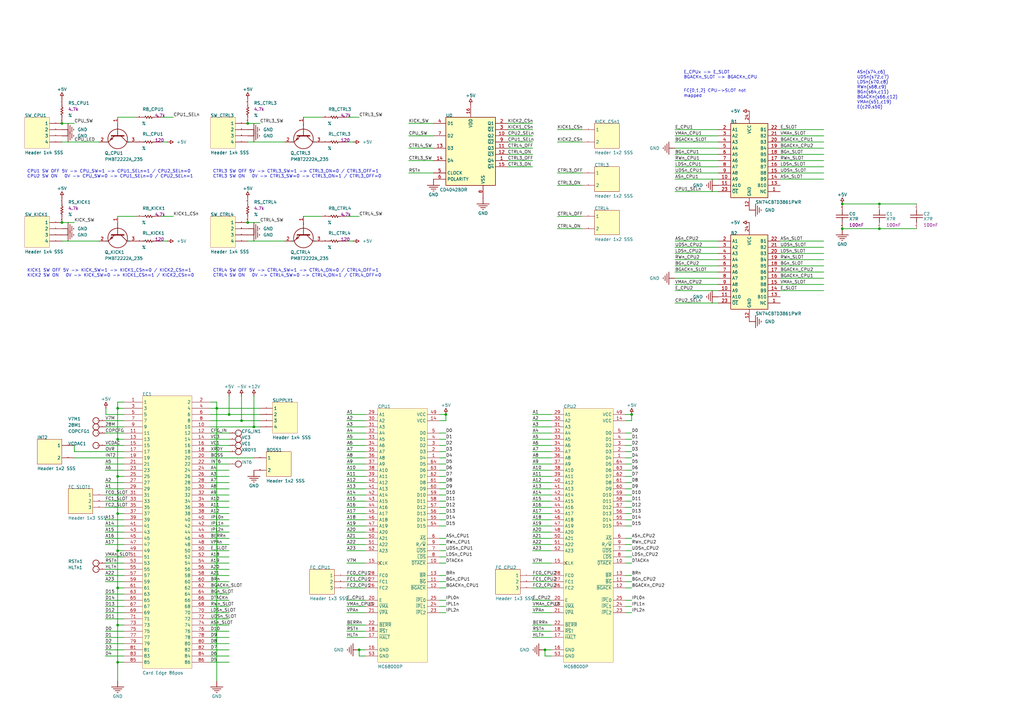
<source format=kicad_sch>
(kicad_sch (version 20231120) (generator "eeschema") (generator_version "7.99")
  (paper "A3")
  (junction (at 101.6 50.6222))
  (junction (at 25.4 50.6222))
  (junction (at 99.06 172.5422))
  (junction (at 25.4 91.2622))
  (junction (at 48.26 271.6022))
  (junction (at 48.26 225.8822))
  (junction (at 48.26 256.3622))
  (junction (at 48.26 210.6422))
  (junction (at 345.44 83.6422))
  (junction (at 147.32 266.5222))
  (junction (at 93.98 170.0022))
  (junction (at 360.68 83.6422))
  (junction (at 182.88 170.0022))
  (junction (at 259.08 170.0022))
  (junction (at 101.6 91.2622))
  (junction (at 223.52 266.5222))
  (junction (at 345.44 93.8022))
  (junction (at 88.9 167.4622))
  (junction (at 48.26 167.4622))
  (junction (at 104.14 175.0822))
  (junction (at 48.26 241.1222))
  (junction (at 48.26 195.4022))
  (junction (at 48.26 180.1622))
  (junction (at 360.68 93.8022))
  (wire (pts (xy 180.34 213.1822) (xy 182.88 213.1822)) (stroke (width 0.254)))
  (wire (pts (xy 48.26 271.6022) (xy 48.26 279.2222)) (stroke (width 0.254)))
  (wire (pts (xy 93.98 253.8222) (xy 86.36 253.8222)) (stroke (width 0.254)))
  (wire (pts (xy 142.24 187.7822) (xy 149.86 187.7822)) (stroke (width 0.254)))
  (wire (pts (xy 256.54 215.7222) (xy 259.08 215.7222)) (stroke (width 0.254)))
  (wire (pts (xy 218.44 180.1622) (xy 226.06 180.1622)) (stroke (width 0.254)))
  (wire (pts (xy 320.04 114.1222) (xy 337.82 114.1222)) (stroke (width 0.254)))
  (wire (pts (xy 208.28 68.4022) (xy 218.44 68.4022)) (stroke (width 0.254)))
  (wire (pts (xy 276.86 111.5822) (xy 294.64 111.5822)) (stroke (width 0.254)))
  (wire (pts (xy 180.34 225.8822) (xy 182.88 225.8822)) (stroke (width 0.254)))
  (wire (pts (xy 50.8 213.1822) (xy 43.18 213.1822)) (stroke (width 0.254)))
  (wire (pts (xy 104.14 175.0822) (xy 106.68 175.0822)) (stroke (width 0.254)))
  (wire (pts (xy 256.54 177.6222) (xy 259.08 177.6222)) (stroke (width 0.254)))
  (wire (pts (xy 93.98 170.0022) (xy 106.68 170.0022)) (stroke (width 0.254)))
  (wire (pts (xy 142.24 172.5422) (xy 149.86 172.5422)) (stroke (width 0.254)))
  (wire (pts (xy 66.04 58.2422) (xy 68.58 58.2422)) (stroke (width 0.254)))
  (wire (pts (xy 276.86 68.4022) (xy 294.64 68.4022)) (stroke (width 0.254)))
  (wire (pts (xy 320.04 58.2422) (xy 337.82 58.2422)) (stroke (width 0.254)))
  (wire (pts (xy 142.24 258.9022) (xy 149.86 258.9022)) (stroke (width 0.254)))
  (wire (pts (xy 256.54 241.1222) (xy 259.08 241.1222)) (stroke (width 0.254)))
  (wire (pts (xy 256.54 180.1622) (xy 259.08 180.1622)) (stroke (width 0.254)))
  (wire (pts (xy 256.54 195.4022) (xy 259.08 195.4022)) (stroke (width 0.254)))
  (wire (pts (xy 142.24 208.1022) (xy 149.86 208.1022)) (stroke (width 0.254)))
  (wire (pts (xy 50.8 220.8022) (xy 43.18 220.8022)) (stroke (width 0.254)))
  (wire (pts (xy 320.04 68.4022) (xy 337.82 68.4022)) (stroke (width 0.254)))
  (wire (pts (xy 142.24 190.3222) (xy 149.86 190.3222)) (stroke (width 0.254)))
  (wire (pts (xy 218.44 220.8022) (xy 226.06 220.8022)) (stroke (width 0.254)))
  (wire (pts (xy 276.86 53.1622) (xy 294.64 53.1622)) (stroke (width 0.254)))
  (wire (pts (xy 142.24 170.0022) (xy 149.86 170.0022)) (stroke (width 0.254)))
  (wire (pts (xy 208.28 63.3222) (xy 218.44 63.3222)) (stroke (width 0.254)))
  (wire (pts (xy 93.98 258.9022) (xy 86.36 258.9022)) (stroke (width 0.254)))
  (wire (pts (xy 93.98 220.8022) (xy 86.36 220.8022)) (stroke (width 0.254)))
  (wire (pts (xy 256.54 251.2822) (xy 259.08 251.2822)) (stroke (width 0.254)))
  (wire (pts (xy 86.36 164.9222) (xy 88.9 164.9222)) (stroke (width 0.254)))
  (wire (pts (xy 218.44 175.0822) (xy 226.06 175.0822)) (stroke (width 0.254)))
  (wire (pts (xy 276.86 98.8822) (xy 294.64 98.8822)) (stroke (width 0.254)))
  (wire (pts (xy 25.4 58.2422) (xy 40.64 58.2422)) (stroke (width 0.254)))
  (wire (pts (xy 238.76 76.0222) (xy 228.6 76.0222)) (stroke (width 0.254)))
  (wire (pts (xy 142.24 256.3622) (xy 149.86 256.3622)) (stroke (width 0.254)))
  (wire (pts (xy 208.28 53.1622) (xy 218.44 53.1622)) (stroke (width 0.254)))
  (wire (pts (xy 93.98 223.3422) (xy 86.36 223.3422)) (stroke (width 0.254)))
  (wire (pts (xy 276.86 60.7822) (xy 294.64 60.7822)) (stroke (width 0.254)))
  (wire (pts (xy 180.34 210.6422) (xy 182.88 210.6422)) (stroke (width 0.254)))
  (wire (pts (xy 345.44 83.6422) (xy 360.68 83.6422)) (stroke (width 0.254)))
  (wire (pts (xy 48.26 271.6022) (xy 50.8 271.6022)) (stroke (width 0.254)))
  (wire (pts (xy 276.86 73.4822) (xy 294.64 73.4822)) (stroke (width 0.254)))
  (wire (pts (xy 320.04 116.6622) (xy 337.82 116.6622)) (stroke (width 0.254)))
  (wire (pts (xy 93.98 210.6422) (xy 86.36 210.6422)) (stroke (width 0.254)))
  (wire (pts (xy 50.8 269.0622) (xy 43.18 269.0622)) (stroke (width 0.254)))
  (wire (pts (xy 276.86 116.6622) (xy 294.64 116.6622)) (stroke (width 0.254)))
  (wire (pts (xy 142.24 192.8622) (xy 149.86 192.8622)) (stroke (width 0.254)))
  (wire (pts (xy 256.54 190.3222) (xy 259.08 190.3222)) (stroke (width 0.254)))
  (wire (pts (xy 48.26 167.4622) (xy 48.26 180.1622)) (stroke (width 0.254)))
  (wire (pts (xy 142.24 230.9622) (xy 149.86 230.9622)) (stroke (width 0.254)))
  (wire (pts (xy 218.44 230.9622) (xy 226.06 230.9622)) (stroke (width 0.254)))
  (wire (pts (xy 142.24 210.6422) (xy 149.86 210.6422)) (stroke (width 0.254)))
  (wire (pts (xy 208.28 60.7822) (xy 218.44 60.7822)) (stroke (width 0.254)))
  (wire (pts (xy 50.8 261.4422) (xy 43.18 261.4422)) (stroke (width 0.254)))
  (wire (pts (xy 93.98 233.5022) (xy 86.36 233.5022)) (stroke (width 0.254)))
  (wire (pts (xy 320.04 53.1622) (xy 337.82 53.1622)) (stroke (width 0.254)))
  (wire (pts (xy 276.86 124.2822) (xy 294.64 124.2822)) (stroke (width 0.254)))
  (wire (pts (xy 86.36 187.7822) (xy 104.14 187.7822)) (stroke (width 0.254)))
  (wire (pts (xy 142.24 213.1822) (xy 149.86 213.1822)) (stroke (width 0.254)))
  (wire (pts (xy 218.44 187.7822) (xy 226.06 187.7822)) (stroke (width 0.254)))
  (wire (pts (xy 142.24 175.0822) (xy 149.86 175.0822)) (stroke (width 0.254)))
  (wire (pts (xy 142.24 225.8822) (xy 149.86 225.8822)) (stroke (width 0.254)))
  (wire (pts (xy 320.04 103.9622) (xy 337.82 103.9622)) (stroke (width 0.254)))
  (wire (pts (xy 50.8 190.3222) (xy 43.18 190.3222)) (stroke (width 0.254)))
  (wire (pts (xy 218.44 213.1822) (xy 226.06 213.1822)) (stroke (width 0.254)))
  (wire (pts (xy 276.86 65.8622) (xy 294.64 65.8622)) (stroke (width 0.254)))
  (wire (pts (xy 218.44 238.5822) (xy 226.06 238.5822)) (stroke (width 0.254)))
  (wire (pts (xy 50.8 253.8222) (xy 43.18 253.8222)) (stroke (width 0.254)))
  (wire (pts (xy 218.44 256.3622) (xy 226.06 256.3622)) (stroke (width 0.254)))
  (wire (pts (xy 50.8 236.0422) (xy 43.18 236.0422)) (stroke (width 0.254)))
  (wire (pts (xy 101.6 98.8822) (xy 116.84 98.8822)) (stroke (width 0.254)))
  (wire (pts (xy 180.34 190.3222) (xy 182.88 190.3222)) (stroke (width 0.254)))
  (wire (pts (xy 259.08 172.5422) (xy 256.54 172.5422)) (stroke (width 0.254)))
  (wire (pts (xy 256.54 182.7022) (xy 259.08 182.7022)) (stroke (width 0.254)))
  (wire (pts (xy 256.54 248.7422) (xy 259.08 248.7422)) (stroke (width 0.254)))
  (wire (pts (xy 256.54 220.8022) (xy 259.08 220.8022)) (stroke (width 0.254)))
  (wire (pts (xy 320.04 109.0422) (xy 337.82 109.0422)) (stroke (width 0.254)))
  (wire (pts (xy 142.24 185.2422) (xy 149.86 185.2422)) (stroke (width 0.254)))
  (wire (pts (xy 93.98 225.8822) (xy 86.36 225.8822)) (stroke (width 0.254)))
  (wire (pts (xy 180.34 236.0422) (xy 182.88 236.0422)) (stroke (width 0.254)))
  (wire (pts (xy 93.98 195.4022) (xy 86.36 195.4022)) (stroke (width 0.254)))
  (wire (pts (xy 50.8 192.8622) (xy 43.18 192.8622)) (stroke (width 0.254)))
  (wire (pts (xy 50.8 266.5222) (xy 43.18 266.5222)) (stroke (width 0.254)))
  (wire (pts (xy 218.44 218.2622) (xy 226.06 218.2622)) (stroke (width 0.254)))
  (wire (pts (xy 93.98 208.1022) (xy 86.36 208.1022)) (stroke (width 0.254)))
  (wire (pts (xy 142.24 215.7222) (xy 149.86 215.7222)) (stroke (width 0.254)))
  (wire (pts (xy 25.4 98.8822) (xy 40.64 98.8822)) (stroke (width 0.254)))
  (wire (pts (xy 320.04 65.8622) (xy 337.82 65.8622)) (stroke (width 0.254)))
  (wire (pts (xy 48.26 256.3622) (xy 50.8 256.3622)) (stroke (width 0.254)))
  (wire (pts (xy 86.36 177.6222) (xy 93.98 177.6222)) (stroke (width 0.254)))
  (wire (pts (xy 93.98 241.1222) (xy 86.36 241.1222)) (stroke (width 0.254)))
  (wire (pts (xy 180.34 177.6222) (xy 182.88 177.6222)) (stroke (width 0.254)))
  (wire (pts (xy 320.04 63.3222) (xy 337.82 63.3222)) (stroke (width 0.254)))
  (wire (pts (xy 180.34 241.1222) (xy 182.88 241.1222)) (stroke (width 0.254)))
  (wire (pts (xy 256.54 238.5822) (xy 259.08 238.5822)) (stroke (width 0.254)))
  (wire (pts (xy 256.54 230.9622) (xy 259.08 230.9622)) (stroke (width 0.254)))
  (wire (pts (xy 142.24 195.4022) (xy 149.86 195.4022)) (stroke (width 0.254)))
  (wire (pts (xy 48.26 241.1222) (xy 50.8 241.1222)) (stroke (width 0.254)))
  (wire (pts (xy 142.24 203.0222) (xy 149.86 203.0222)) (stroke (width 0.254)))
  (wire (pts (xy 93.98 238.5822) (xy 86.36 238.5822)) (stroke (width 0.254)))
  (wire (pts (xy 93.98 213.1822) (xy 86.36 213.1822)) (stroke (width 0.254)))
  (wire (pts (xy 208.28 58.2422) (xy 218.44 58.2422)) (stroke (width 0.254)))
  (wire (pts (xy 142.24 98.8822) (xy 144.78 98.8822)) (stroke (width 0.254)))
  (wire (pts (xy 256.54 185.2422) (xy 259.08 185.2422)) (stroke (width 0.254)))
  (wire (pts (xy 50.8 263.9822) (xy 43.18 263.9822)) (stroke (width 0.254)))
  (wire (pts (xy 99.06 172.5422) (xy 86.36 172.5422)) (stroke (width 0.254)))
  (wire (pts (xy 93.98 236.0422) (xy 86.36 236.0422)) (stroke (width 0.254)))
  (wire (pts (xy 167.64 60.7822) (xy 177.8 60.7822)) (stroke (width 0.254)))
  (wire (pts (xy 180.34 246.2022) (xy 182.88 246.2022)) (stroke (width 0.254)))
  (wire (pts (xy 48.26 225.8822) (xy 50.8 225.8822)) (stroke (width 0.254)))
  (wire (pts (xy 93.98 266.5222) (xy 86.36 266.5222)) (stroke (width 0.254)))
  (wire (pts (xy 256.54 197.9422) (xy 259.08 197.9422)) (stroke (width 0.254)))
  (wire (pts (xy 218.44 210.6422) (xy 226.06 210.6422)) (stroke (width 0.254)))
  (wire (pts (xy 276.86 101.4222) (xy 294.64 101.4222)) (stroke (width 0.254)))
  (wire (pts (xy 218.44 205.5622) (xy 226.06 205.5622)) (stroke (width 0.254)))
  (wire (pts (xy 276.86 78.5622) (xy 294.64 78.5622)) (stroke (width 0.254)))
  (wire (pts (xy 124.46 48.0822) (xy 132.08 48.0822)) (stroke (width 0.254)))
  (wire (pts (xy 88.9 164.9222) (xy 88.9 167.4622)) (stroke (width 0.254)))
  (wire (pts (xy 142.24 180.1622) (xy 149.86 180.1622)) (stroke (width 0.254)))
  (wire (pts (xy 147.32 269.0622) (xy 149.86 269.0622)) (stroke (width 0.254)))
  (wire (pts (xy 218.44 236.0422) (xy 226.06 236.0422)) (stroke (width 0.254)))
  (wire (pts (xy 142.24 200.4822) (xy 149.86 200.4822)) (stroke (width 0.254)))
  (wire (pts (xy 276.86 55.7022) (xy 294.64 55.7022)) (stroke (width 0.254)))
  (wire (pts (xy 180.34 185.2422) (xy 182.88 185.2422)) (stroke (width 0.254)))
  (wire (pts (xy 180.34 220.8022) (xy 182.88 220.8022)) (stroke (width 0.254)))
  (wire (pts (xy 276.86 106.5022) (xy 294.64 106.5022)) (stroke (width 0.254)))
  (wire (pts (xy 30.48 187.7822) (xy 50.8 187.7822)) (stroke (width 0.254)))
  (wire (pts (xy 50.8 167.4622) (xy 48.26 167.4622)) (stroke (width 0.254)))
  (wire (pts (xy 48.26 256.3622) (xy 48.26 271.6022)) (stroke (width 0.254)))
  (wire (pts (xy 48.26 167.4622) (xy 48.26 164.9222)) (stroke (width 0.254)))
  (wire (pts (xy 50.8 223.3422) (xy 43.18 223.3422)) (stroke (width 0.254)))
  (wire (pts (xy 43.434 167.4622) (xy 43.434 170.0022)) (stroke (width 0.254)))
  (wire (pts (xy 99.06 162.3822) (xy 99.06 172.5422)) (stroke (width 0.254)))
  (wire (pts (xy 93.98 263.9822) (xy 86.36 263.9822)) (stroke (width 0.254)))
  (wire (pts (xy 218.44 195.4022) (xy 226.06 195.4022)) (stroke (width 0.254)))
  (wire (pts (xy 223.52 266.5222) (xy 223.52 269.0622)) (stroke (width 0.254)))
  (wire (pts (xy 43.18 172.5422) (xy 50.8 172.5422)) (stroke (width 0.254)))
  (wire (pts (xy 48.26 241.1222) (xy 48.26 256.3622)) (stroke (width 0.254)))
  (wire (pts (xy 180.34 195.4022) (xy 182.88 195.4022)) (stroke (width 0.254)))
  (wire (pts (xy 218.44 223.3422) (xy 226.06 223.3422)) (stroke (width 0.254)))
  (wire (pts (xy 320.04 98.8822) (xy 337.82 98.8822)) (stroke (width 0.254)))
  (wire (pts (xy 93.98 256.3622) (xy 86.36 256.3622)) (stroke (width 0.254)))
  (wire (pts (xy 167.64 55.7022) (xy 177.8 55.7022)) (stroke (width 0.254)))
  (wire (pts (xy 256.54 213.1822) (xy 259.08 213.1822)) (stroke (width 0.254)))
  (wire (pts (xy 142.24 223.3422) (xy 149.86 223.3422)) (stroke (width 0.254)))
  (wire (pts (xy 276.86 119.2022) (xy 294.64 119.2022)) (stroke (width 0.254)))
  (wire (pts (xy 320.04 119.2022) (xy 337.82 119.2022)) (stroke (width 0.254)))
  (wire (pts (xy 218.44 177.6222) (xy 226.06 177.6222)) (stroke (width 0.254)))
  (wire (pts (xy 50.8 208.1022) (xy 43.18 208.1022)) (stroke (width 0.254)))
  (wire (pts (xy 66.04 98.8822) (xy 68.58 98.8822)) (stroke (width 0.254)))
  (wire (pts (xy 180.34 208.1022) (xy 182.88 208.1022)) (stroke (width 0.254)))
  (wire (pts (xy 25.4 50.6222) (xy 30.48 50.6222)) (stroke (width 0.254)))
  (wire (pts (xy 86.36 190.3222) (xy 93.98 190.3222)) (stroke (width 0.254)))
  (wire (pts (xy 180.34 200.4822) (xy 182.88 200.4822)) (stroke (width 0.254)))
  (wire (pts (xy 218.44 261.4422) (xy 226.06 261.4422)) (stroke (width 0.254)))
  (wire (pts (xy 30.48 185.2422) (xy 30.48 182.7022)) (stroke (width 0.254)))
  (wire (pts (xy 50.8 185.2422) (xy 30.48 185.2422)) (stroke (width 0.254)))
  (wire (pts (xy 48.26 48.0822) (xy 55.88 48.0822)) (stroke (width 0.254)))
  (wire (pts (xy 256.54 225.8822) (xy 259.08 225.8822)) (stroke (width 0.254)))
  (wire (pts (xy 142.24 261.4422) (xy 149.86 261.4422)) (stroke (width 0.254)))
  (wire (pts (xy 218.44 197.9422) (xy 226.06 197.9422)) (stroke (width 0.254)))
  (wire (pts (xy 50.8 251.2822) (xy 43.18 251.2822)) (stroke (width 0.254)))
  (wire (pts (xy 208.28 65.8622) (xy 218.44 65.8622)) (stroke (width 0.254)))
  (wire (pts (xy 142.24 58.2422) (xy 144.78 58.2422)) (stroke (width 0.254)))
  (wire (pts (xy 218.44 200.4822) (xy 226.06 200.4822)) (stroke (width 0.254)))
  (wire (pts (xy 276.86 114.1222) (xy 294.64 114.1222)) (stroke (width 0.254)))
  (wire (pts (xy 50.8 177.6222) (xy 43.18 177.6222)) (stroke (width 0.254)))
  (wire (pts (xy 50.8 205.5622) (xy 43.18 205.5622)) (stroke (width 0.254)))
  (wire (pts (xy 218.44 241.1222) (xy 226.06 241.1222)) (stroke (width 0.254)))
  (wire (pts (xy 104.14 162.3822) (xy 104.14 175.0822)) (stroke (width 0.254)))
  (wire (pts (xy 167.64 50.6222) (xy 177.8 50.6222)) (stroke (width 0.254)))
  (wire (pts (xy 218.44 215.7222) (xy 226.06 215.7222)) (stroke (width 0.254)))
  (wire (pts (xy 218.44 172.5422) (xy 226.06 172.5422)) (stroke (width 0.254)))
  (wire (pts (xy 86.36 180.1622) (xy 93.98 180.1622)) (stroke (width 0.254)))
  (wire (pts (xy 256.54 228.4222) (xy 259.08 228.4222)) (stroke (width 0.254)))
  (wire (pts (xy 320.04 106.5022) (xy 337.82 106.5022)) (stroke (width 0.254)))
  (wire (pts (xy 218.44 190.3222) (xy 226.06 190.3222)) (stroke (width 0.254)))
  (wire (pts (xy 180.34 205.5622) (xy 182.88 205.5622)) (stroke (width 0.254)))
  (wire (pts (xy 320.04 60.7822) (xy 337.82 60.7822)) (stroke (width 0.254)))
  (wire (pts (xy 218.44 203.0222) (xy 226.06 203.0222)) (stroke (width 0.254)))
  (wire (pts (xy 142.24 236.0422) (xy 149.86 236.0422)) (stroke (width 0.254)))
  (wire (pts (xy 256.54 192.8622) (xy 259.08 192.8622)) (stroke (width 0.254)))
  (wire (pts (xy 50.8 243.6622) (xy 43.18 243.6622)) (stroke (width 0.254)))
  (wire (pts (xy 142.24 238.5822) (xy 149.86 238.5822)) (stroke (width 0.254)))
  (wire (pts (xy 142.24 220.8022) (xy 149.86 220.8022)) (stroke (width 0.254)))
  (wire (pts (xy 182.88 170.0022) (xy 182.88 172.5422)) (stroke (width 0.254)))
  (wire (pts (xy 93.98 218.2622) (xy 86.36 218.2622)) (stroke (width 0.254)))
  (wire (pts (xy 142.24 177.6222) (xy 149.86 177.6222)) (stroke (width 0.254)))
  (wire (pts (xy 25.4 91.2622) (xy 30.48 91.2622)) (stroke (width 0.254)))
  (wire (pts (xy 218.44 208.1022) (xy 226.06 208.1022)) (stroke (width 0.254)))
  (wire (pts (xy 320.04 55.7022) (xy 337.82 55.7022)) (stroke (width 0.254)))
  (wire (pts (xy 124.46 88.7222) (xy 132.08 88.7222)) (stroke (width 0.254)))
  (wire (pts (xy 50.8 200.4822) (xy 43.18 200.4822)) (stroke (width 0.254)))
  (wire (pts (xy 180.34 170.0022) (xy 182.88 170.0022)) (stroke (width 0.254)))
  (wire (pts (xy 142.24 182.7022) (xy 149.86 182.7022)) (stroke (width 0.254)))
  (wire (pts (xy 43.18 182.7022) (xy 50.8 182.7022)) (stroke (width 0.254)))
  (wire (pts (xy 66.04 48.0822) (xy 71.12 48.0822)) (stroke (width 0.254)))
  (wire (pts (xy 104.14 175.0822) (xy 86.36 175.0822)) (stroke (width 0.254)))
  (wire (pts (xy 101.6 58.2422) (xy 116.84 58.2422)) (stroke (width 0.254)))
  (wire (pts (xy 259.08 170.0022) (xy 259.08 172.5422)) (stroke (width 0.254)))
  (wire (pts (xy 50.8 248.7422) (xy 43.18 248.7422)) (stroke (width 0.254)))
  (wire (pts (xy 50.8 175.0822) (xy 43.18 175.0822)) (stroke (width 0.254)))
  (wire (pts (xy 218.44 251.2822) (xy 226.06 251.2822)) (stroke (width 0.254)))
  (wire (pts (xy 180.34 203.0222) (xy 182.88 203.0222)) (stroke (width 0.254)))
  (wire (pts (xy 375.92 93.8022) (xy 360.68 93.8022)) (stroke (width 0.254)))
  (wire (pts (xy 50.8 218.2622) (xy 43.18 218.2622)) (stroke (width 0.254)))
  (wire (pts (xy 218.44 246.2022) (xy 226.06 246.2022)) (stroke (width 0.254)))
  (wire (pts (xy 142.24 241.1222) (xy 149.86 241.1222)) (stroke (width 0.254)))
  (wire (pts (xy 101.6 50.6222) (xy 106.68 50.6222)) (stroke (width 0.254)))
  (wire (pts (xy 256.54 203.0222) (xy 259.08 203.0222)) (stroke (width 0.254)))
  (wire (pts (xy 360.68 83.6422) (xy 375.92 83.6422)) (stroke (width 0.254)))
  (wire (pts (xy 320.04 101.4222) (xy 337.82 101.4222)) (stroke (width 0.254)))
  (wire (pts (xy 320.04 73.4822) (xy 337.82 73.4822)) (stroke (width 0.254)))
  (wire (pts (xy 86.36 185.2422) (xy 93.98 185.2422)) (stroke (width 0.254)))
  (wire (pts (xy 276.86 103.9622) (xy 294.64 103.9622)) (stroke (width 0.254)))
  (wire (pts (xy 48.26 225.8822) (xy 48.26 241.1222)) (stroke (width 0.254)))
  (wire (pts (xy 48.26 164.9222) (xy 50.8 164.9222)) (stroke (width 0.254)))
  (wire (pts (xy 256.54 223.3422) (xy 259.08 223.3422)) (stroke (width 0.254)))
  (wire (pts (xy 256.54 208.1022) (xy 259.08 208.1022)) (stroke (width 0.254)))
  (wire (pts (xy 101.6 91.2622) (xy 106.68 91.2622)) (stroke (width 0.254)))
  (wire (pts (xy 50.8 215.7222) (xy 43.18 215.7222)) (stroke (width 0.254)))
  (wire (pts (xy 48.26 180.1622) (xy 50.8 180.1622)) (stroke (width 0.254)))
  (wire (pts (xy 142.24 48.0822) (xy 147.32 48.0822)) (stroke (width 0.254)))
  (wire (pts (xy 218.44 170.0022) (xy 226.06 170.0022)) (stroke (width 0.254)))
  (wire (pts (xy 226.06 266.5222) (xy 223.52 266.5222)) (stroke (width 0.254)))
  (wire (pts (xy 86.36 170.0022) (xy 93.98 170.0022)) (stroke (width 0.254)))
  (wire (pts (xy 238.76 88.7222) (xy 228.6 88.7222)) (stroke (width 0.254)))
  (wire (pts (xy 50.8 246.2022) (xy 43.18 246.2022)) (stroke (width 0.254)))
  (wire (pts (xy 93.98 251.2822) (xy 86.36 251.2822)) (stroke (width 0.254)))
  (wire (pts (xy 50.8 233.5022) (xy 43.18 233.5022)) (stroke (width 0.254)))
  (wire (pts (xy 48.26 195.4022) (xy 50.8 195.4022)) (stroke (width 0.254)))
  (wire (pts (xy 93.98 200.4822) (xy 86.36 200.4822)) (stroke (width 0.254)))
  (wire (pts (xy 99.06 172.5422) (xy 106.68 172.5422)) (stroke (width 0.254)))
  (wire (pts (xy 88.9 167.4622) (xy 106.68 167.4622)) (stroke (width 0.254)))
  (wire (pts (xy 256.54 205.5622) (xy 259.08 205.5622)) (stroke (width 0.254)))
  (wire (pts (xy 256.54 236.0422) (xy 259.08 236.0422)) (stroke (width 0.254)))
  (wire (pts (xy 50.8 238.5822) (xy 43.18 238.5822)) (stroke (width 0.254)))
  (wire (pts (xy 43.434 170.0022) (xy 50.8 170.0022)) (stroke (width 0.254)))
  (wire (pts (xy 180.34 180.1622) (xy 182.88 180.1622)) (stroke (width 0.254)))
  (wire (pts (xy 50.8 228.4222) (xy 43.18 228.4222)) (stroke (width 0.254)))
  (wire (pts (xy 180.34 251.2822) (xy 182.88 251.2822)) (stroke (width 0.254)))
  (wire (pts (xy 142.24 197.9422) (xy 149.86 197.9422)) (stroke (width 0.254)))
  (wire (pts (xy 142.24 248.7422) (xy 149.86 248.7422)) (stroke (width 0.254)))
  (wire (pts (xy 320.04 70.9422) (xy 337.82 70.9422)) (stroke (width 0.254)))
  (wire (pts (xy 142.24 251.2822) (xy 149.86 251.2822)) (stroke (width 0.254)))
  (wire (pts (xy 256.54 210.6422) (xy 259.08 210.6422)) (stroke (width 0.254)))
  (wire (pts (xy 320.04 111.5822) (xy 337.82 111.5822)) (stroke (width 0.254)))
  (wire (pts (xy 218.44 182.7022) (xy 226.06 182.7022)) (stroke (width 0.254)))
  (wire (pts (xy 218.44 192.8622) (xy 226.06 192.8622)) (stroke (width 0.254)))
  (wire (pts (xy 180.34 248.7422) (xy 182.88 248.7422)) (stroke (width 0.254)))
  (wire (pts (xy 180.34 238.5822) (xy 182.88 238.5822)) (stroke (width 0.254)))
  (wire (pts (xy 142.24 205.5622) (xy 149.86 205.5622)) (stroke (width 0.254)))
  (wire (pts (xy 218.44 185.2422) (xy 226.06 185.2422)) (stroke (width 0.254)))
  (wire (pts (xy 276.86 63.3222) (xy 294.64 63.3222)) (stroke (width 0.254)))
  (wire (pts (xy 93.98 243.6622) (xy 86.36 243.6622)) (stroke (width 0.254)))
  (wire (pts (xy 93.98 230.9622) (xy 86.36 230.9622)) (stroke (width 0.254)))
  (wire (pts (xy 48.26 210.6422) (xy 48.26 225.8822)) (stroke (width 0.254)))
  (wire (pts (xy 142.24 246.2022) (xy 149.86 246.2022)) (stroke (width 0.254)))
  (wire (pts (xy 93.98 215.7222) (xy 86.36 215.7222)) (stroke (width 0.254)))
  (wire (pts (xy 228.6 53.1622) (xy 238.76 53.1622)) (stroke (width 0.254)))
  (wire (pts (xy 48.26 195.4022) (xy 48.26 210.6422)) (stroke (width 0.254)))
  (wire (pts (xy 66.04 88.7222) (xy 71.12 88.7222)) (stroke (width 0.254)))
  (wire (pts (xy 256.54 187.7822) (xy 259.08 187.7822)) (stroke (width 0.254)))
  (wire (pts (xy 256.54 200.4822) (xy 259.08 200.4822)) (stroke (width 0.254)))
  (wire (pts (xy 180.34 187.7822) (xy 182.88 187.7822)) (stroke (width 0.254)))
  (wire (pts (xy 276.86 70.9422) (xy 294.64 70.9422)) (stroke (width 0.254)))
  (wire (pts (xy 93.98 269.0622) (xy 86.36 269.0622)) (stroke (width 0.254)))
  (wire (pts (xy 182.88 172.5422) (xy 180.34 172.5422)) (stroke (width 0.254)))
  (wire (pts (xy 142.24 218.2622) (xy 149.86 218.2622)) (stroke (width 0.254)))
  (wire (pts (xy 276.86 58.2422) (xy 294.64 58.2422)) (stroke (width 0.254)))
  (wire (pts (xy 142.24 88.7222) (xy 147.32 88.7222)) (stroke (width 0.254)))
  (wire (pts (xy 93.98 246.2022) (xy 86.36 246.2022)) (stroke (width 0.254)))
  (wire (pts (xy 93.98 192.8622) (xy 86.36 192.8622)) (stroke (width 0.254)))
  (wire (pts (xy 50.8 197.9422) (xy 43.18 197.9422)) (stroke (width 0.254)))
  (wire (pts (xy 93.98 248.7422) (xy 86.36 248.7422)) (stroke (width 0.254)))
  (wire (pts (xy 218.44 225.8822) (xy 226.06 225.8822)) (stroke (width 0.254)))
  (wire (pts (xy 147.32 266.5222) (xy 147.32 269.0622)) (stroke (width 0.254)))
  (wire (pts (xy 93.98 205.5622) (xy 86.36 205.5622)) (stroke (width 0.254)))
  (wire (pts (xy 93.98 261.4422) (xy 86.36 261.4422)) (stroke (width 0.254)))
  (wire (pts (xy 93.98 271.6022) (xy 86.36 271.6022)) (stroke (width 0.254)))
  (wire (pts (xy 223.52 269.0622) (xy 226.06 269.0622)) (stroke (width 0.254)))
  (wire (pts (xy 208.28 50.6222) (xy 218.44 50.6222)) (stroke (width 0.254)))
  (wire (pts (xy 180.34 228.4222) (xy 182.88 228.4222)) (stroke (width 0.254)))
  (wire (pts (xy 180.34 223.3422) (xy 182.88 223.3422)) (stroke (width 0.254)))
  (wire (pts (xy 50.8 258.9022) (xy 43.18 258.9022)) (stroke (width 0.254)))
  (wire (pts (xy 86.36 167.4622) (xy 88.9 167.4622)) (stroke (width 0.254)))
  (wire (pts (xy 93.98 170.0022) (xy 93.98 162.3822)) (stroke (width 0.254)))
  (wire (pts (xy 208.28 55.7022) (xy 218.44 55.7022)) (stroke (width 0.254)))
  (wire (pts (xy 276.86 109.0422) (xy 294.64 109.0422)) (stroke (width 0.254)))
  (wire (pts (xy 218.44 258.9022) (xy 226.06 258.9022)) (stroke (width 0.254)))
  (wire (pts (xy 238.76 70.9422) (xy 228.6 70.9422)) (stroke (width 0.254)))
  (wire (pts (xy 93.98 203.0222) (xy 86.36 203.0222)) (stroke (width 0.254)))
  (wire (pts (xy 48.26 88.7222) (xy 55.88 88.7222)) (stroke (width 0.254)))
  (wire (pts (xy 256.54 246.2022) (xy 259.08 246.2022)) (stroke (width 0.254)))
  (wire (pts (xy 218.44 248.7422) (xy 226.06 248.7422)) (stroke (width 0.254)))
  (wire (pts (xy 48.26 180.1622) (xy 48.26 195.4022)) (stroke (width 0.254)))
  (wire (pts (xy 149.86 266.5222) (xy 147.32 266.5222)) (stroke (width 0.254)))
  (wire (pts (xy 50.8 230.9622) (xy 43.18 230.9622)) (stroke (width 0.254)))
  (wire (pts (xy 238.76 93.8022) (xy 228.6 93.8022)) (stroke (width 0.254)))
  (wire (pts (xy 228.6 58.2422) (xy 238.76 58.2422)) (stroke (width 0.254)))
  (wire (pts (xy 86.36 182.7022) (xy 93.98 182.7022)) (stroke (width 0.254)))
  (wire (pts (xy 180.34 230.9622) (xy 182.88 230.9622)) (stroke (width 0.254)))
  (wire (pts (xy 50.8 203.0222) (xy 43.18 203.0222)) (stroke (width 0.254)))
  (wire (pts (xy 180.34 215.7222) (xy 182.88 215.7222)) (stroke (width 0.254)))
  (wire (pts (xy 180.34 192.8622) (xy 182.88 192.8622)) (stroke (width 0.254)))
  (wire (pts (xy 88.9 167.4622) (xy 88.9 279.2222)) (stroke (width 0.254)))
  (wire (pts (xy 167.64 70.9422) (xy 177.8 70.9422)) (stroke (width 0.254)))
  (wire (pts (xy 180.34 197.9422) (xy 182.88 197.9422)) (stroke (width 0.254)))
  (wire (pts (xy 177.8 65.8622) (xy 167.64 65.8622)) (stroke (width 0.254)))
  (wire (pts (xy 48.26 210.6422) (xy 50.8 210.6422)) (stroke (width 0.254)))
  (wire (pts (xy 180.34 182.7022) (xy 182.88 182.7022)) (stroke (width 0.254)))
  (wire (pts (xy 360.68 93.8022) (xy 345.44 93.8022)) (stroke (width 0.254)))
  (wire (pts (xy 256.54 170.0022) (xy 259.08 170.0022)) (stroke (width 0.254)))
  (wire (pts (xy 93.98 197.9422) (xy 86.36 197.9422)) (stroke (width 0.254)))
  (wire (pts (xy 93.98 228.4222) (xy 86.36 228.4222)) (stroke (width 0.254)))
  (text_box "CTRL4 SW OFF 5V -> CTRL4_SW=1 -> CTRL4_ON=0 / CTRL4_OFF=1\nCTRL4 SW ON   0V -> CTRL4_SW=0 -> CTRL4_ON=1 / CTRL4_OFF=0" (at 162.56 109.0422 0) (size -76.2 5.08) (stroke (width -0.0001) (color 0 0 0 1)) (fill (type color) (color 255 255 255 1)) (effects (font (size 1.27 1.27)) (justify left top)))
  (text_box "KICK1 SW OFF 5V -> KICK_SW=1 -> KICK1_CSn=0 / KICK2_CSn=1\nKICK2 SW ON   0V -> KICK_SW=0 -> KICK1_CSn=1 / KICK2_CSn=0" (at 86.36 109.0422 0) (size -76.2 5.08) (stroke (width -0.0001) (color 0 0 0 1)) (fill (type color) (color 255 255 255 1)) (effects (font (size 1.27 1.27)) (justify left top)))
  (text_box "CPU1 SW OFF 5V -> CPU_SW=1 -> CPU1_SELn=1 / CPU2_SELn=0\nCPU2 SW ON   0V -> CPU_SW=0 -> CPU1_SELn=0 / CPU2_SELn=1" (at 81.28 68.4022 0) (size -71.12 5.08) (stroke (width -0.0001) (color 0 0 0 1)) (fill (type color) (color 255 255 255 1)) (effects (font (size 1.27 1.27)) (justify left top)))
  (text_box "FC{0,1,2} CPU->SLOT not mapped" (at 314.96 35.3822 0) (size -35.56 2.54) (stroke (width -0.0001) (color 0 0 0 1)) (fill (type color) (color 255 255 255 1)) (effects (font (size 1.27 1.27)) (justify left top)))
  (text_box "E_CPUx -> E_SLOT\nBGACKn_SLOT -> BGACKn_CPU" (at 314.96 27.7622 0) (size -35.56 5.08) (stroke (width -0.0001) (color 0 0 0 1)) (fill (type color) (color 255 255 255 1)) (effects (font (size 1.27 1.27)) (justify left top)))
  (text_box "CTRL3 SW OFF 5V -> CTRL3_SW=1 -> CTRL3_ON=0 / CTRL3_OFF=1\nCTRL3 SW ON   0V -> CTRL3_SW=0 -> CTRL3_ON=1 / CTRL3_OFF=0" (at 162.56 68.4022 0) (size -76.2 5.08) (stroke (width -0.0001) (color 0 0 0 1)) (fill (type color) (color 255 255 255 1)) (effects (font (size 1.27 1.27)) (justify left top)))
  (text_box "ASn(s74,c6)\nUDSn(s72,c7)\nLDSn(s70,c8)\nRWn(s68,c9)\nBGn(s64,c11)\nBGACKn(s66,c12)\nVMAn(s51,c19)\nE(c20,s50)\n" (at 378.46 27.7622 0) (size -27.94 22.86) (stroke (width -0.0001) (color 0 0 0 1)) (fill (type color) (color 255 255 255 1)) (effects (font (size 1.27 1.27)) (justify left top)))
  (label "A20" (at 86.36 233.5022 0))
  (label "D15" (at 182.88 215.7222 0))
  (label "CTRL3_OFF" (at 208.28 65.8622 0))
  (label "A22" (at 218.44 223.3422 0))
  (label "CPU_SW" (at 167.64 55.7022 0))
  (label "D3" (at 43.18 266.5222 0))
  (label "A10" (at 86.36 205.5622 0))
  (label "A6" (at 142.24 182.7022 0))
  (label "D10" (at 182.88 203.0222 0))
  (label "D0" (at 43.18 258.9022 0))
  (label "A21" (at 218.44 220.8022 0))
  (label "A17" (at 43.18 223.3422 0))
  (label "D1" (at 259.08 180.1622 0))
  (label "A4" (at 218.44 177.6222 0))
  (label "VPAn" (at 218.44 251.2822 0))
  (label "A3" (at 218.44 175.0822 0))
  (label "VCDAC" (at 43.18 182.7022 0))
  (label "D5" (at 86.36 271.6022 0))
  (label "BGACKn_SLOT" (at 276.86 58.2422 0))
  (label "A9" (at 86.36 203.0222 0))
  (label "CTRL4_ON" (at 228.6 93.8022 0))
  (label "V7M" (at 218.44 230.9622 0))
  (label "A13" (at 218.44 200.4822 0))
  (label "D7" (at 182.88 195.4022 0))
  (label "ASn_CPU2" (at 259.08 220.8022 0))
  (label "UDSn_SLOT" (at 320.04 70.9422 0))
  (label "DTACKn" (at 259.08 230.9622 0))
  (label "CPU1_SELn" (at 71.12 48.0822 0))
  (label "VPAn" (at 86.36 223.3422 0))
  (label "LDSn_CPU2" (at 259.08 228.4222 0))
  (label "CTRL4_SW" (at 147.32 88.7222 0))
  (label "A12" (at 86.36 210.6422 0))
  (label "UDSn_CPU2" (at 276.86 101.4222 0))
  (label "RWn_CPU1" (at 182.88 223.3422 0))
  (label "D10" (at 259.08 203.0222 0))
  (label "D0" (at 259.08 177.6222 0))
  (label "CPU_SW" (at 30.48 50.6222 0))
  (label "CPU1_SELn" (at 208.28 58.2422 0))
  (label "D15" (at 43.18 243.6622 0))
  (label "VC3" (at 86.36 180.1622 0))
  (label "A2" (at 142.24 172.5422 0))
  (label "A1" (at 43.18 200.4822 0))
  (label "D2" (at 43.18 263.9822 0))
  (label "FC0_CPU1" (at 142.24 236.0422 0))
  (label "A7" (at 142.24 185.2422 0))
  (label "LDSn_SLOT" (at 86.36 251.2822 0))
  (label "BGn_SLOT" (at 320.04 63.3222 0))
  (label "BGACKn_SLOT" (at 276.86 111.5822 0))
  (label "INT6" (at 86.36 190.3222 0))
  (label "KICK2_CSn" (at 208.28 50.6222 0))
  (label "RSTn" (at 43.18 230.9622 0))
  (label "CTRL3_ON" (at 228.6 76.0222 0))
  (label "CTRL4_OFF" (at 208.28 60.7822 0))
  (label "D4" (at 43.18 269.0622 0))
  (label "A5" (at 142.24 180.1622 0))
  (label "ASn_CPU1" (at 276.86 73.4822 0))
  (label "D4" (at 259.08 187.7822 0))
  (label "UDSn_SLOT" (at 320.04 101.4222 0))
  (label "VC1" (at 86.36 182.7022 0))
  (label "VMAn_CPU2" (at 218.44 248.7422 0))
  (label "A16" (at 43.18 220.8022 0))
  (label "ASn_SLOT" (at 320.04 98.8822 0))
  (label "A18" (at 218.44 213.1822 0))
  (label "CPU2_SELn" (at 276.86 124.2822 0))
  (label "D13" (at 182.88 210.6422 0))
  (label "IPL0n" (at 259.08 246.2022 0))
  (label "A21" (at 142.24 220.8022 0))
  (label "CTRL4_OFF" (at 228.6 88.7222 0))
  (label "IPL2n" (at 86.36 218.2622 0))
  (label "ASn_SLOT" (at 86.36 256.3622 0))
  (label "A11" (at 218.44 195.4022 0))
  (label "ASn_CPU1" (at 182.88 220.8022 0))
  (label "CTRL3_ON" (at 208.28 68.4022 0))
  (label "A22" (at 43.18 236.0422 0))
  (label "FC2_CPU2" (at 218.44 241.1222 0))
  (label "D12" (at 182.88 208.1022 0))
  (label "E_CPU2" (at 218.44 246.2022 0))
  (label "D14" (at 43.18 246.2022 0))
  (label "A5" (at 218.44 180.1622 0))
  (label "FC1_SLOT" (at 43.18 205.5622 0))
  (label "HLTn" (at 43.18 233.5022 0))
  (label "BGn_SLOT" (at 320.04 109.0422 0))
  (label "A11" (at 86.36 208.1022 0))
  (label "RWn_SLOT" (at 86.36 248.7422 0))
  (label "RWn_SLOT" (at 320.04 65.8622 0))
  (label "BGn_CPU1" (at 182.88 238.5822 0))
  (label "CTRL3_OFF" (at 228.6 70.9422 0))
  (label "CTRL4_ON" (at 208.28 63.3222 0))
  (label "KICK1_CSn" (at 228.6 53.1622 0))
  (label "A15" (at 142.24 205.5622 0))
  (label "D1" (at 43.18 261.4422 0))
  (label "E_SLOT" (at 320.04 119.2022 0))
  (label "A8" (at 86.36 200.4822 0))
  (label "UDSn_CPU2" (at 259.08 225.8822 0))
  (label "D1" (at 182.88 180.1622 0))
  (label "FC0_CPU2" (at 218.44 236.0422 0))
  (label "A18" (at 86.36 228.4222 0))
  (label "LDSn_CPU1" (at 276.86 68.4022 0))
  (label "D8" (at 259.08 197.9422 0))
  (label "D5" (at 259.08 190.3222 0))
  (label "E_SLOT" (at 320.04 53.1622 0))
  (label "D8" (at 86.36 263.9822 0))
  (label "RWn_CPU2" (at 276.86 106.5022 0))
  (label "A19" (at 218.44 215.7222 0))
  (label "D5" (at 182.88 190.3222 0))
  (label "A3" (at 86.36 195.4022 0))
  (label "KICK2_CSn" (at 228.6 58.2422 0))
  (label "A21" (at 86.36 236.0422 0))
  (label "A9" (at 218.44 190.3222 0))
  (label "CPU1_SELn" (at 276.86 78.5622 0))
  (label "A4" (at 86.36 192.8622 0))
  (label "D6" (at 86.36 269.0622 0))
  (label "IPL0n" (at 182.88 246.2022 0))
  (label "D13" (at 43.18 248.7422 0))
  (label "D12" (at 259.08 208.1022 0))
  (label "A11" (at 142.24 195.4022 0))
  (label "COPCFG" (at 43.18 177.6222 0))
  (label "D3" (at 259.08 185.2422 0))
  (label "VMAn_SLOT" (at 43.18 228.4222 0))
  (label "V7M" (at 43.18 172.5422 0))
  (label "A7" (at 218.44 185.2422 0))
  (label "A23" (at 43.18 238.5822 0))
  (label "UDSn_SLOT" (at 86.36 253.8222 0))
  (label "E_CPU2" (at 276.86 119.2022 0))
  (label "XRDY" (at 86.36 185.2422 0))
  (label "HLTn" (at 142.24 261.4422 0))
  (label "D13" (at 259.08 210.6422 0))
  (label "ASn_SLOT" (at 320.04 73.4822 0))
  (label "A6" (at 43.18 192.8622 0))
  (label "D0" (at 182.88 177.6222 0))
  (label "CTRL3_SW" (at 106.68 50.6222 0))
  (label "A10" (at 218.44 192.8622 0))
  (label "BRn" (at 86.36 238.5822 0))
  (label "KICK1_CSn" (at 208.28 53.1622 0))
  (label "FC1_CPU2" (at 218.44 238.5822 0))
  (label "D11" (at 182.88 205.5622 0))
  (label "KICK_SW" (at 30.48 91.2622 0))
  (label "FC2_CPU1" (at 142.24 241.1222 0))
  (label "D9" (at 259.08 200.4822 0))
  (label "IPL1n" (at 86.36 215.7222 0))
  (label "A1" (at 218.44 170.0022 0))
  (label "BGACKn_CPU2" (at 259.08 241.1222 0))
  (label "A6" (at 218.44 182.7022 0))
  (label "D14" (at 182.88 213.1822 0))
  (label "BGACKn_CPU1" (at 320.04 58.2422 0))
  (label "CPU_LED" (at 30.48 58.2422 0))
  (label "A20" (at 218.44 218.2622 0))
  (label "LDSn_CPU2" (at 276.86 103.9622 0))
  (label "HLTn" (at 218.44 261.4422 0))
  (label "A3" (at 142.24 175.0822 0))
  (label "BGACKn_CPU1" (at 182.88 241.1222 0))
  (label "A13" (at 142.24 200.4822 0))
  (label "VMAn_SLOT" (at 320.04 116.6622 0))
  (label "A15" (at 43.18 218.2622 0))
  (label "E_CPU1" (at 276.86 53.1622 0))
  (label "VMAn_CPU2" (at 276.86 116.6622 0))
  (label "A2" (at 218.44 172.5422 0))
  (label "KICK_SW" (at 167.64 50.6222 0))
  (label "D6" (at 182.88 192.8622 0))
  (label "BGACKn_CPU1" (at 320.04 114.1222 0))
  (label "A4" (at 142.24 177.6222 0))
  (label "A19" (at 86.36 230.9622 0))
  (label "A12" (at 142.24 197.9422 0))
  (label "RSTn" (at 218.44 258.9022 0))
  (label "D8" (at 182.88 197.9422 0))
  (label "A14" (at 142.24 203.0222 0))
  (label "BGn_CPU1" (at 276.86 63.3222 0))
  (label "IPL0n" (at 86.36 213.1822 0))
  (label "28M" (at 43.18 175.0822 0))
  (label "RWn_CPU1" (at 276.86 65.8622 0))
  (label "A12" (at 218.44 197.9422 0))
  (label "RWn_CPU2" (at 259.08 223.3422 0))
  (label "RSTn" (at 167.64 70.9422 0))
  (label "RWn_SLOT" (at 320.04 106.5022 0))
  (label "A15" (at 218.44 205.5622 0))
  (label "LDSn_SLOT" (at 320.04 103.9622 0))
  (label "BGn_SLOT" (at 86.36 243.6622 0))
  (label "D10" (at 86.36 258.9022 0))
  (label "VMAn_SLOT" (at 320.04 55.7022 0))
  (label "A1" (at 142.24 170.0022 0))
  (label "A23" (at 218.44 225.8822 0))
  (label "CTRL3_SW" (at 147.32 48.0822 0))
  (label "A8" (at 218.44 187.7822 0))
  (label "D9" (at 86.36 261.4422 0))
  (label "BERRn" (at 86.36 220.8022 0))
  (label "D3" (at 182.88 185.2422 0))
  (label "A20" (at 142.24 218.2622 0))
  (label "KICK1_CSn" (at 71.12 88.7222 0))
  (label "DTACKn" (at 182.88 230.9622 0))
  (label "OVR" (at 43.18 185.2422 0))
  (label "BERRn" (at 218.44 256.3622 0))
  (label "FC1_CPU1" (at 142.24 238.5822 0))
  (label "CTRL4_SW" (at 167.64 60.7822 0))
  (label "DTACKn" (at 86.36 246.2022 0))
  (label "A18" (at 142.24 213.1822 0))
  (label "BGACKn_CPU2" (at 320.04 111.5822 0))
  (label "D7" (at 259.08 195.4022 0))
  (label "D7" (at 86.36 266.5222 0))
  (label "IPL1n" (at 259.08 248.7422 0))
  (label "D11" (at 43.18 253.8222 0))
  (label "D2" (at 182.88 182.7022 0))
  (label "A17" (at 218.44 210.6422 0))
  (label "A14" (at 218.44 203.0222 0))
  (label "E_CPU1" (at 142.24 246.2022 0))
  (label "CTRL4_SW" (at 106.68 91.2622 0))
  (label "LDSn_CPU1" (at 182.88 228.4222 0))
  (label "A2" (at 43.18 197.9422 0))
  (label "FC2_SLOT" (at 43.18 208.1022 0))
  (label "CPU2_SELn" (at 208.28 55.7022 0))
  (label "IPL2n" (at 182.88 251.2822 0))
  (label "A16" (at 142.24 208.1022 0))
  (label "CTRL3_SW" (at 167.64 65.8622 0))
  (label "VMAn_CPU1" (at 142.24 248.7422 0))
  (label "FC0_SLOT" (at 43.18 203.0222 0))
  (label "A13" (at 43.18 213.1822 0))
  (label "A19" (at 142.24 215.7222 0))
  (label "UDSn_CPU1" (at 276.86 70.9422 0))
  (label "VMAn_CPU1" (at 276.86 55.7022 0))
  (label "D11" (at 259.08 205.5622 0))
  (label "D4" (at 182.88 187.7822 0))
  (label "A5" (at 43.18 190.3222 0))
  (label "A17" (at 142.24 210.6422 0))
  (label "A7" (at 86.36 197.9422 0))
  (label "D9" (at 182.88 200.4822 0))
  (label "A8" (at 142.24 187.7822 0))
  (label "BGn_CPU2" (at 276.86 109.0422 0))
  (label "ASn_CPU2" (at 276.86 98.8822 0))
  (label "D15" (at 259.08 215.7222 0))
  (label "BRn" (at 182.88 236.0422 0))
  (label "VPAn" (at 142.24 251.2822 0))
  (label "IPL1n" (at 182.88 248.7422 0))
  (label "BRn" (at 259.08 236.0422 0))
  (label "A16" (at 218.44 208.1022 0))
  (label "A23" (at 142.24 225.8822 0))
  (label "BERRn" (at 142.24 256.3622 0))
  (label "INT2" (at 43.18 187.7822 0))
  (label "BGn_CPU2" (at 259.08 238.5822 0))
  (label "D6" (at 259.08 192.8622 0))
  (label "CFG_IN" (at 86.36 177.6222 0))
  (label "A10" (at 142.24 192.8622 0))
  (label "RSTn" (at 142.24 258.9022 0))
  (label "A9" (at 142.24 190.3222 0))
  (label "BGACKn_SLOT" (at 86.36 241.1222 0))
  (label "D12" (at 43.18 251.2822 0))
  (label "BOSS" (at 86.36 187.7822 0))
  (label "V7M" (at 142.24 230.9622 0))
  (label "D2" (at 259.08 182.7022 0))
  (label "IPL2n" (at 259.08 251.2822 0))
  (label "E_SLOT" (at 86.36 225.8822 0))
  (label "LDSn_SLOT" (at 320.04 68.4022 0))
  (label "BGACKn_CPU2" (at 320.04 60.7822 0))
  (label "D14" (at 259.08 213.1822 0))
  (label "A22" (at 142.24 223.3422 0))
  (label "UDSn_CPU1" (at 182.88 225.8822 0))
  (label "A14" (at 43.18 215.7222 0))
  (symbol (lib_id "DualCpuAdapter-altium-import:+5V") (at 68.58 58.2422 90) (unit 1)
    (property "Reference" "#PWR0122" (effects (hide yes)))
    (property "Value" "+5V" (at 72.39 58.2422 90) (effects (justify right)))
  )
  (symbol (lib_id "DualCpuAdapter-altium-import:GND") (at 147.32 266.5222 270) (unit 1)
    (property "Reference" "#PWR0105" (effects (hide yes)))
    (property "Value" "GND" (at 140.97 266.5222 90) (effects (justify right)))
  )
  (symbol (lib_id "DualCpuAdapter-altium-import:root_1_R") (at 25.4 86.1822 0) (unit 1)
    (property "Reference" "RS_KICK1" (at 27.94 83.6422 0) (effects (justify left bottom)))
    (property "Value" "%" (at 27.94 88.7222 0) (effects (justify left bottom)))
    (property "Footprint" "SMD C3216 X 60N" (effects (hide yes)))
    (property "ALTIUM_VALUE" "4.7k" (at 27.94 86.1822 0) (effects (justify left bottom)))
  )
  (symbol (lib_id "DualCpuAdapter-altium-import:root_0_Header 1x3 SSS") (at 208.28 246.2022 0) (unit 1)
    (property "Reference" "FC_CPU2" (at 203.2 233.5022 0) (effects (justify left bottom)))
    (property "Value" "Header 1x3 SSS" (at 203.2 246.2022 0) (effects (justify left bottom)))
    (property "Footprint" "Harwin M20-9770346" (effects (hide yes)))
  )
  (symbol (lib_id "DualCpuAdapter-altium-import:root_2_R") (at 137.16 58.2422 0) (unit 1)
    (property "Reference" "RL_CTRL3" (at 134.62 55.7022 0) (effects (justify left bottom)))
    (property "Value" "%" (at 134.366 61.5442 0) (effects (justify left bottom)))
    (property "Footprint" "SMD C3216 X 60N" (effects (hide yes)))
    (property "ALTIUM_VALUE" "120" (at 139.7 58.2422 0) (effects (justify left bottom)))
  )
  (symbol (lib_id "DualCpuAdapter-altium-import:GND") (at 294.64 76.0222 270) (unit 1)
    (property "Reference" "#PWR0108" (effects (hide yes)))
    (property "Value" "GND" (at 288.29 76.0222 90) (effects (justify right)))
  )
  (symbol (lib_id "DualCpuAdapter-altium-import:GND") (at 101.6 93.8022 90) (unit 1)
    (property "Reference" "#PWR0134" (effects (hide yes)))
    (property "Value" "GND" (at 107.95 93.8022 90) (effects (justify right)))
  )
  (symbol (lib_id "DualCpuAdapter-altium-import:root_0_Card Edge 86pos") (at 68.58 218.2622 0) (unit 1)
    (property "Reference" "EC1" (at 58.42 162.3822 0) (effects (justify left bottom)))
    (property "Value" "Card Edge 86pos" (at 58.42 276.6822 0) (effects (justify left bottom)))
    (property "Footprint" "Card Edge 86DS 100mil" (effects (hide yes)))
  )
  (symbol (lib_id "DualCpuAdapter-altium-import:root_2_R") (at 60.96 58.2422 0) (unit 1)
    (property "Reference" "RL_CPU1" (at 58.42 55.7022 0) (effects (justify left bottom)))
    (property "Value" "%" (at 58.166 61.5442 0) (effects (justify left bottom)))
    (property "Footprint" "SMD C3216 X 60N" (effects (hide yes)))
    (property "ALTIUM_VALUE" "120" (at 63.5 58.2422 0) (effects (justify left bottom)))
  )
  (symbol (lib_id "DualCpuAdapter-altium-import:root_2_Test Point") (at 96.52 190.3222 0) (unit 1)
    (property "Reference" "INT6" (at 99.06 190.3222 0) (effects (justify left bottom)))
    (property "Value" "Test Point" (effects (hide yes)))
    (property "Footprint" "Test Point Throughhole 60mil" (effects (hide yes)))
  )
  (symbol (lib_id "DualCpuAdapter-altium-import:GND") (at 101.6 53.1622 90) (unit 1)
    (property "Reference" "#PWR0132" (effects (hide yes)))
    (property "Value" "GND" (at 107.95 53.1622 90) (effects (justify right)))
  )
  (symbol (lib_id "DualCpuAdapter-altium-import:GND") (at 101.6 55.7022 90) (unit 1)
    (property "Reference" "#PWR0131" (effects (hide yes)))
    (property "Value" "GND" (at 107.95 55.7022 90) (effects (justify right)))
  )
  (symbol (lib_id "DualCpuAdapter-altium-import:root_0_Test Point") (at 40.64 230.9622 0) (unit 1)
    (property "Reference" "RSTn1" (at 27.94 230.9622 0) (effects (justify left bottom)))
    (property "Value" "Test Point" (effects (hide yes)))
    (property "Footprint" "Test Point Throughhole 60mil" (effects (hide yes)))
  )
  (symbol (lib_id "DualCpuAdapter-altium-import:root_1_R") (at 101.6 45.5422 0) (unit 1)
    (property "Reference" "RS_CTRL3" (at 104.14 43.0022 0) (effects (justify left bottom)))
    (property "Value" "%" (at 104.14 48.0822 0) (effects (justify left bottom)))
    (property "Footprint" "SMD C3216 X 60N" (effects (hide yes)))
    (property "ALTIUM_VALUE" "4.7k" (at 104.14 45.5422 0) (effects (justify left bottom)))
  )
  (symbol (lib_id "DualCpuAdapter-altium-import:root_0_Header 1x3 SSS") (at 33.02 213.1822 0) (unit 1)
    (property "Reference" "FC_SLOT1" (at 27.94 200.4822 0) (effects (justify left bottom)))
    (property "Value" "Header 1x3 SSS" (at 27.94 213.1822 0) (effects (justify left bottom)))
    (property "Footprint" "Harwin M20-9770346" (effects (hide yes)))
  )
  (symbol (lib_id "DualCpuAdapter-altium-import:root_0_Header 1x4 SSS") (at 91.44 60.7822 0) (unit 1)
    (property "Reference" "SW_CTRL3" (at 86.36 48.0822 0) (effects (justify left bottom)))
    (property "Value" "Header 1x4 SSS" (at 86.36 63.3222 0) (effects (justify left bottom)))
    (property "Footprint" "Molex 705530003" (effects (hide yes)))
  )
  (symbol (lib_id "DualCpuAdapter-altium-import:GND") (at 101.6 96.3422 90) (unit 1)
    (property "Reference" "#PWR0135" (effects (hide yes)))
    (property "Value" "GND" (at 107.95 96.3422 90) (effects (justify right)))
  )
  (symbol (lib_id "DualCpuAdapter-altium-import:+5V") (at 307.34 45.5422 270) (unit 1)
    (property "Reference" "#PWR0106" (effects (hide yes)))
    (property "Value" "+5V" (at 303.53 45.5422 90) (effects (justify right)))
  )
  (symbol (lib_id "DualCpuAdapter-altium-import:root_2_R") (at 137.16 48.0822 0) (unit 1)
    (property "Reference" "RB_CTRL3" (at 134.62 45.5422 0) (effects (justify left bottom)))
    (property "Value" "%" (at 134.366 51.3842 0) (effects (justify left bottom)))
    (property "Footprint" "SMD C3216 X 60N" (effects (hide yes)))
    (property "ALTIUM_VALUE" "4.7k" (at 139.7 48.0822 0) (effects (justify left bottom)))
  )
  (symbol (lib_id "DualCpuAdapter-altium-import:root_0_Test Point") (at 40.64 177.6222 0) (unit 1)
    (property "Reference" "COPCFG1" (at 27.94 177.6222 0) (effects (justify left bottom)))
    (property "Value" "Test Point" (effects (hide yes)))
    (property "Footprint" "Test Point Throughhole 60mil" (effects (hide yes)))
  )
  (symbol (lib_id "DualCpuAdapter-altium-import:root_2_Test Point") (at 96.52 182.7022 0) (unit 1)
    (property "Reference" "VC1" (at 99.06 182.7022 0) (effects (justify left bottom)))
    (property "Value" "Test Point" (effects (hide yes)))
    (property "Footprint" "Test Point Throughhole 60mil" (effects (hide yes)))
  )
  (symbol (lib_id "DualCpuAdapter-altium-import:+5V") (at 144.78 58.2422 90) (unit 1)
    (property "Reference" "#PWR0133" (effects (hide yes)))
    (property "Value" "+5V" (at 148.59 58.2422 90) (effects (justify right)))
  )
  (symbol (lib_id "DualCpuAdapter-altium-import:root_0_mirrored_Header 1x4 SSS") (at 116.84 177.6222 0) (unit 1)
    (property "Reference" "SUPPLY1" (at 111.76 164.9222 0) (effects (justify left bottom)))
    (property "Value" "Header 1x4 SSS" (at 111.76 180.1622 0) (effects (justify left bottom)))
    (property "Footprint" "Harwin M20-9770446" (effects (hide yes)))
  )
  (symbol (lib_id "DualCpuAdapter-altium-import:root_0_MC68000P") (at 231.14 167.4622 0) (unit 1)
    (property "Reference" "CPU2" (at 231.14 167.4622 0) (effects (justify left bottom)))
    (property "Value" "MC68000P" (at 231.14 274.1422 0) (effects (justify left bottom)))
    (property "Footprint" "DIP64 900mil 2xSIP32" (effects (hide yes)))
    (property "PUBLISHED" "17-Jul-2002" (effects (hide yes)))
    (property "LATESTREVISIONDATE" "06-Jun-2005" (effects (hide yes)))
    (property "LATESTREVISIONNOTE" "Stylized 3D Model Added." (effects (hide yes)))
    (property "DATASHEETVERSION" "1990" (effects (hide yes)))
    (property "PACKAGEREFERENCE" "754-01" (effects (hide yes)))
    (property "PUBLISHER" "Altium Limited" (effects (hide yes)))
    (property "PACKAGEDESCRIPTION" "DIP; 64 Leads; Row Spacing 22.86 mm; Pitch 2.54 mm" (effects (hide yes)))
  )
  (symbol (lib_id "DualCpuAdapter-altium-import:root_2_R") (at 137.16 88.7222 0) (unit 1)
    (property "Reference" "RB_CTRL4" (at 134.62 86.1822 0) (effects (justify left bottom)))
    (property "Value" "%" (at 134.366 92.0242 0) (effects (justify left bottom)))
    (property "Footprint" "SMD C3216 X 60N" (effects (hide yes)))
    (property "ALTIUM_VALUE" "4.7k" (at 139.7 88.7222 0) (effects (justify left bottom)))
  )
  (symbol (lib_id "DualCpuAdapter-altium-import:GND") (at 25.4 55.7022 90) (unit 1)
    (property "Reference" "#PWR0120" (effects (hide yes)))
    (property "Value" "GND" (at 31.75 55.7022 90) (effects (justify right)))
  )
  (symbol (lib_id "DualCpuAdapter-altium-import:root_3_PMBT2222A_235") (at 48.26 48.0822 0) (unit 1)
    (property "Reference" "Q_CPU1" (at 42.926 63.5282 0) (effects (justify left bottom)))
    (property "Value" "PMBT2222A_235" (at 42.926 66.0682 0) (effects (justify left bottom)))
    (property "Footprint" "SOT95P230X110-3N" (effects (hide yes)))
    (property "MOUSER PART NUMBER" "771-PMBT2222A235" (effects (hide yes)))
    (property "MOUSER PRICE/STOCK" "https://www.mouser.co.uk/ProductDetail/Nexperia/PMBT2222A235?qs=LOCUfHb8d9sTD2Msxc7rRQ%3D%3D" (effects (hide yes)))
    (property "MANUFACTURER_NAME" "Nexperia" (effects (hide yes)))
    (property "MANUFACTURER_PART_NUMBER" "PMBT2222A,235" (effects (hide yes)))
    (property "DATASHEET LINK" "https://assets.nexperia.com/documents/data-sheet/PMBT2222A.pdf" (effects (hide yes)))
    (property "GEOMETRY.HEIGHT" "1.1mm" (effects (hide yes)))
  )
  (symbol (lib_id "DualCpuAdapter-altium-import:GND") (at 88.9 279.2222 0) (unit 1)
    (property "Reference" "#PWR0139" (effects (hide yes)))
    (property "Value" "GND" (at 88.9 285.5722 0))
  )
  (symbol (lib_id "DualCpuAdapter-altium-import:root_0_CD4042BDR") (at 193.04 60.7822 0) (unit 1)
    (property "Reference" "U0" (at 182.88 48.0822 0) (effects (justify left bottom)))
    (property "Value" "CD4042BDR" (at 180.34 78.5622 0) (effects (justify left bottom)))
    (property "Footprint" "SOIC127P600X175-16N" (effects (hide yes)))
    (property "MOUSER PART NUMBER" "595-CD4042BDR" (effects (hide yes)))
    (property "MOUSER PRICE/STOCK" "https://www.mouser.co.uk/ProductDetail/Texas-Instruments/CD4042BDR?qs=LSR%252BNeaw%2FwC6dZxbzHrrmg%3D%3D" (effects (hide yes)))
    (property "MANUFACTURER_NAME" "Texas Instruments" (effects (hide yes)))
    (property "MANUFACTURER_PART_NUMBER" "CD4042BDR" (effects (hide yes)))
    (property "DATASHEET LINK" "http://www.ti.com/lit/gpn/CD4042B" (effects (hide yes)))
    (property "GEOMETRY.HEIGHT" "1.75mm" (effects (hide yes)))
  )
  (symbol (lib_id "DualCpuAdapter-altium-import:root_0_Header 1x4 SSS") (at 15.24 101.4222 0) (unit 1)
    (property "Reference" "SW_KICK1" (at 10.16 88.7222 0) (effects (justify left bottom)))
    (property "Value" "Header 1x4 SSS" (at 10.16 103.9622 0) (effects (justify left bottom)))
    (property "Footprint" "Molex 705530003" (effects (hide yes)))
  )
  (symbol (lib_id "DualCpuAdapter-altium-import:root_0_mirrored_Header 1x2 SSS") (at 248.92 63.3222 0) (unit 1)
    (property "Reference" "KICK_CSn1" (at 243.84 50.6222 0) (effects (justify left bottom)))
    (property "Value" "Header 1x2 SSS" (at 243.84 63.3222 0) (effects (justify left bottom)))
    (property "Footprint" "Molex 705530001" (effects (hide yes)))
  )
  (symbol (lib_id "DualCpuAdapter-altium-import:root_3_PMBT2222A_235") (at 48.26 88.7222 0) (unit 1)
    (property "Reference" "Q_KICK1" (at 42.926 104.1682 0) (effects (justify left bottom)))
    (property "Value" "PMBT2222A_235" (at 42.926 106.7082 0) (effects (justify left bottom)))
    (property "Footprint" "SOT95P230X110-3N" (effects (hide yes)))
    (property "MOUSER PART NUMBER" "771-PMBT2222A235" (effects (hide yes)))
    (property "MOUSER PRICE/STOCK" "https://www.mouser.co.uk/ProductDetail/Nexperia/PMBT2222A235?qs=LOCUfHb8d9sTD2Msxc7rRQ%3D%3D" (effects (hide yes)))
    (property "MANUFACTURER_NAME" "Nexperia" (effects (hide yes)))
    (property "MANUFACTURER_PART_NUMBER" "PMBT2222A,235" (effects (hide yes)))
    (property "DATASHEET LINK" "https://assets.nexperia.com/documents/data-sheet/PMBT2222A.pdf" (effects (hide yes)))
    (property "GEOMETRY.HEIGHT" "1.1mm" (effects (hide yes)))
  )
  (symbol (lib_id "DualCpuAdapter-altium-import:GND") (at 345.44 93.8022 0) (unit 1)
    (property "Reference" "#PWR0101" (effects (hide yes)))
    (property "Value" "GND" (at 345.44 100.1522 0))
  )
  (symbol (lib_id "DualCpuAdapter-altium-import:GND") (at 307.34 86.1822 90) (unit 1)
    (property "Reference" "#PWR0104" (effects (hide yes)))
    (property "Value" "GND" (at 313.69 86.1822 90) (effects (justify right)))
  )
  (symbol (lib_id "DualCpuAdapter-altium-import:+5V") (at 25.4 40.4622 180) (unit 1)
    (property "Reference" "#PWR0123" (effects (hide yes)))
    (property "Value" "+5V" (at 25.4 36.6522 0))
  )
  (symbol (lib_id "DualCpuAdapter-altium-import:root_0_Header 1x4 SSS") (at 91.44 101.4222 0) (unit 1)
    (property "Reference" "SW_CTRL4" (at 86.36 88.7222 0) (effects (justify left bottom)))
    (property "Value" "Header 1x4 SSS" (at 86.36 103.9622 0) (effects (justify left bottom)))
    (property "Footprint" "Molex 705530003" (effects (hide yes)))
  )
  (symbol (lib_id "DualCpuAdapter-altium-import:GND") (at 223.52 266.5222 270) (unit 1)
    (property "Reference" "#PWR0140" (effects (hide yes)))
    (property "Value" "GND" (at 217.17 266.5222 90) (effects (justify right)))
  )
  (symbol (lib_id "DualCpuAdapter-altium-import:root_2_Test Point") (at 96.52 180.1622 0) (unit 1)
    (property "Reference" "VC3" (at 99.06 180.1622 0) (effects (justify left bottom)))
    (property "Value" "Test Point" (effects (hide yes)))
    (property "Footprint" "Test Point Throughhole 60mil" (effects (hide yes)))
  )
  (symbol (lib_id "DualCpuAdapter-altium-import:root_1_X7R") (at 345.44 88.7222 0) (unit 1)
    (property "Reference" "C0" (at 348.234 88.4682 0) (effects (justify left bottom)))
    (property "Value" "X7R" (at 348.234 90.5002 0) (effects (justify left bottom)))
    (property "Footprint" "SMD 1608 X95N" (effects (hide yes)))
    (property "ALTIUM_VALUE" "100nF" (at 348.234 93.0402 0) (effects (justify left bottom)))
  )
  (symbol (lib_id "DualCpuAdapter-altium-import:+5V") (at 345.44 83.6422 180) (unit 1)
    (property "Reference" "#PWR0102" (effects (hide yes)))
    (property "Value" "+5V" (at 345.44 79.8322 0))
  )
  (symbol (lib_id "DualCpuAdapter-altium-import:root_3_PMBT2222A_235") (at 124.46 48.0822 0) (unit 1)
    (property "Reference" "Q_CTRL3" (at 119.126 63.5282 0) (effects (justify left bottom)))
    (property "Value" "PMBT2222A_235" (at 119.126 66.0682 0) (effects (justify left bottom)))
    (property "Footprint" "SOT95P230X110-3N" (effects (hide yes)))
    (property "MOUSER PART NUMBER" "771-PMBT2222A235" (effects (hide yes)))
    (property "MOUSER PRICE/STOCK" "https://www.mouser.co.uk/ProductDetail/Nexperia/PMBT2222A235?qs=LOCUfHb8d9sTD2Msxc7rRQ%3D%3D" (effects (hide yes)))
    (property "MANUFACTURER_NAME" "Nexperia" (effects (hide yes)))
    (property "MANUFACTURER_PART_NUMBER" "PMBT2222A,235" (effects (hide yes)))
    (property "DATASHEET LINK" "https://assets.nexperia.com/documents/data-sheet/PMBT2222A.pdf" (effects (hide yes)))
    (property "GEOMETRY.HEIGHT" "1.1mm" (effects (hide yes)))
  )
  (symbol (lib_id "DualCpuAdapter-altium-import:root_3_PMBT2222A_235") (at 124.46 88.7222 0) (unit 1)
    (property "Reference" "Q_CTRL4" (at 119.126 104.1682 0) (effects (justify left bottom)))
    (property "Value" "PMBT2222A_235" (at 119.126 106.7082 0) (effects (justify left bottom)))
    (property "Footprint" "SOT95P230X110-3N" (effects (hide yes)))
    (property "MOUSER PART NUMBER" "771-PMBT2222A235" (effects (hide yes)))
    (property "MOUSER PRICE/STOCK" "https://www.mouser.co.uk/ProductDetail/Nexperia/PMBT2222A235?qs=LOCUfHb8d9sTD2Msxc7rRQ%3D%3D" (effects (hide yes)))
    (property "MANUFACTURER_NAME" "Nexperia" (effects (hide yes)))
    (property "MANUFACTURER_PART_NUMBER" "PMBT2222A,235" (effects (hide yes)))
    (property "DATASHEET LINK" "https://assets.nexperia.com/documents/data-sheet/PMBT2222A.pdf" (effects (hide yes)))
    (property "GEOMETRY.HEIGHT" "1.1mm" (effects (hide yes)))
  )
  (symbol (lib_id "DualCpuAdapter-altium-import:+5V") (at 68.58 98.8822 90) (unit 1)
    (property "Reference" "#PWR0127" (effects (hide yes)))
    (property "Value" "+5V" (at 72.39 98.8822 90) (effects (justify right)))
  )
  (symbol (lib_id "DualCpuAdapter-altium-import:root_1_X7R") (at 360.68 88.7222 0) (unit 1)
    (property "Reference" "C1" (at 363.474 88.4682 0) (effects (justify left bottom)))
    (property "Value" "X7R" (at 363.474 90.5002 0) (effects (justify left bottom)))
    (property "Footprint" "SMD 1608 X95N" (effects (hide yes)))
    (property "ALTIUM_VALUE" "100nF" (at 363.474 93.0402 0) (effects (justify left bottom)))
  )
  (symbol (lib_id "DualCpuAdapter-altium-import:root_1_R") (at 25.4 45.5422 0) (unit 1)
    (property "Reference" "RS_CPU1" (at 27.94 43.0022 0) (effects (justify left bottom)))
    (property "Value" "%" (at 27.94 48.0822 0) (effects (justify left bottom)))
    (property "Footprint" "SMD C3216 X 60N" (effects (hide yes)))
    (property "ALTIUM_VALUE" "4.7k" (at 27.94 45.5422 0) (effects (justify left bottom)))
  )
  (symbol (lib_id "DualCpuAdapter-altium-import:root_0_mirrored_Header 1x2 SSS") (at 248.92 98.8822 0) (unit 1)
    (property "Reference" "CTRL4" (at 243.84 86.1822 0) (effects (justify left bottom)))
    (property "Value" "Header 1x2 SSS" (at 243.84 98.8822 0) (effects (justify left bottom)))
    (property "Footprint" "Molex 705530001" (effects (hide yes)))
  )
  (symbol (lib_id "DualCpuAdapter-altium-import:+5V") (at 93.98 162.3822 180) (unit 1)
    (property "Reference" "#PWR0126" (effects (hide yes)))
    (property "Value" "+5V" (at 93.98 158.5722 0))
  )
  (symbol (lib_id "DualCpuAdapter-altium-import:root_1_R") (at 101.6 86.1822 0) (unit 1)
    (property "Reference" "RS_CTRL4" (at 104.14 83.6422 0) (effects (justify left bottom)))
    (property "Value" "%" (at 104.14 88.7222 0) (effects (justify left bottom)))
    (property "Footprint" "SMD C3216 X 60N" (effects (hide yes)))
    (property "ALTIUM_VALUE" "4.7k" (at 104.14 86.1822 0) (effects (justify left bottom)))
  )
  (symbol (lib_id "DualCpuAdapter-altium-import:GND") (at 48.26 279.2222 0) (unit 1)
    (property "Reference" "#PWR0137" (effects (hide yes)))
    (property "Value" "GND" (at 48.26 285.5722 0))
  )
  (symbol (lib_id "DualCpuAdapter-altium-import:root_0_mirrored_Header 1x2 SSS") (at 114.3 197.9422 0) (unit 1)
    (property "Reference" "BOSS1" (at 109.22 185.2422 0) (effects (justify left bottom)))
    (property "Value" "Header 1x2 SSS" (at 109.22 197.9422 0) (effects (justify left bottom)))
    (property "Footprint" "Harwin M20-9770246" (effects (hide yes)))
  )
  (symbol (lib_id "DualCpuAdapter-altium-import:+5V") (at 144.78 98.8822 90) (unit 1)
    (property "Reference" "#PWR0136" (effects (hide yes)))
    (property "Value" "+5V" (at 148.59 98.8822 90) (effects (justify right)))
  )
  (symbol (lib_id "DualCpuAdapter-altium-import:+5V") (at 259.08 170.0022 180) (unit 1)
    (property "Reference" "#PWR0110" (effects (hide yes)))
    (property "Value" "+5V" (at 259.08 166.1922 0))
  )
  (symbol (lib_id "DualCpuAdapter-altium-import:+5V") (at 193.04 43.0022 180) (unit 1)
    (property "Reference" "#PWR0130" (effects (hide yes)))
    (property "Value" "+5V" (at 193.04 39.1922 0))
  )
  (symbol (lib_id "DualCpuAdapter-altium-import:root_0_Test Point") (at 40.64 182.7022 0) (unit 1)
    (property "Reference" "VCDAC1" (at 27.94 182.7022 0) (effects (justify left bottom)))
    (property "Value" "Test Point" (effects (hide yes)))
    (property "Footprint" "Test Point Throughhole 60mil" (effects (hide yes)))
  )
  (symbol (lib_id "DualCpuAdapter-altium-import:root_0_SN74CBTD3861PWR") (at 307.34 111.5822 0) (unit 1)
    (property "Reference" "B2" (at 299.72 96.3422 0) (effects (justify left bottom)))
    (property "Value" "SN74CBTD3861PWR" (at 309.88 129.3622 0) (effects (justify left bottom)))
    (property "Footprint" "SOP65P640X120-24N" (effects (hide yes)))
    (property "MOUSER PART NUMBER" "595-SN74CBTD3861PWR" (effects (hide yes)))
    (property "MOUSER PRICE/STOCK" "https://www.mouser.co.uk/ProductDetail/Texas-Instruments/SN74CBTD3861PWR?qs=5WY7Uqh921wL037c7OcGyw%3D%3D" (effects (hide yes)))
    (property "MANUFACTURER_NAME" "Texas Instruments" (effects (hide yes)))
    (property "MANUFACTURER_PART_NUMBER" "SN74CBTD3861PWR" (effects (hide yes)))
    (property "DATASHEET LINK" "https://www.ti.com/lit/ds/symlink/sn74cbtd3861.pdf?ts=1606799556758&ref_url=https%253A%252F%252Fwww.ti.com%252Fstore%252Fti%252Fen%252Fp%252Fproduct%252F%253Fp%253DSN74CBTD3861PWR%2526keyMatch%253DSN74CBTD3861PWR%2526tisearch%253DSearch-EN-everything%2526" (effects (hide yes)))
    (property "GEOMETRY.HEIGHT" "1.2mm" (effects (hide yes)))
  )
  (symbol (lib_id "DualCpuAdapter-altium-import:+12V") (at 104.14 162.3822 180) (unit 1)
    (property "Reference" "#PWR0124" (effects (hide yes)))
    (property "Value" "+12V" (at 104.14 158.5722 0))
  )
  (symbol (lib_id "DualCpuAdapter-altium-import:+5V") (at 182.88 170.0022 180) (unit 1)
    (property "Reference" "#PWR0113" (effects (hide yes)))
    (property "Value" "+5V" (at 182.88 166.1922 0))
  )
  (symbol (lib_id "DualCpuAdapter-altium-import:GND") (at 25.4 53.1622 90) (unit 1)
    (property "Reference" "#PWR0121" (effects (hide yes)))
    (property "Value" "GND" (at 31.75 53.1622 90) (effects (justify right)))
  )
  (symbol (lib_id "DualCpuAdapter-altium-import:root_2_R") (at 60.96 88.7222 0) (unit 1)
    (property "Reference" "RB_KICK1" (at 58.42 86.1822 0) (effects (justify left bottom)))
    (property "Value" "%" (at 58.166 92.0242 0) (effects (justify left bottom)))
    (property "Footprint" "SMD C3216 X 60N" (effects (hide yes)))
    (property "ALTIUM_VALUE" "4.7k" (at 63.5 88.7222 0) (effects (justify left bottom)))
  )
  (symbol (lib_id "DualCpuAdapter-altium-import:root_0_Header 1x4 SSS") (at 15.24 60.7822 0) (unit 1)
    (property "Reference" "SW_CPU1" (at 10.16 48.0822 0) (effects (justify left bottom)))
    (property "Value" "Header 1x4 SSS" (at 10.16 63.3222 0) (effects (justify left bottom)))
    (property "Footprint" "Molex 705530003" (effects (hide yes)))
  )
  (symbol (lib_id "DualCpuAdapter-altium-import:root_0_mirrored_Header 1x2 SSS") (at 248.92 81.1022 0) (unit 1)
    (property "Reference" "CTRL3" (at 243.84 68.4022 0) (effects (justify left bottom)))
    (property "Value" "Header 1x2 SSS" (at 243.84 81.1022 0) (effects (justify left bottom)))
    (property "Footprint" "Molex 705530001" (effects (hide yes)))
  )
  (symbol (lib_id "DualCpuAdapter-altium-import:GND") (at 25.4 96.3422 90) (unit 1)
    (property "Reference" "#PWR0118" (effects (hide yes)))
    (property "Value" "GND" (at 31.75 96.3422 90) (effects (justify right)))
  )
  (symbol (lib_id "DualCpuAdapter-altium-import:root_1_X7R") (at 375.92 88.7222 0) (unit 1)
    (property "Reference" "C2" (at 378.714 88.4682 0) (effects (justify left bottom)))
    (property "Value" "X7R" (at 378.714 90.5002 0) (effects (justify left bottom)))
    (property "Footprint" "SMD 1608 X95N" (effects (hide yes)))
    (property "ALTIUM_VALUE" "100nF" (at 378.714 93.0402 0) (effects (justify left bottom)))
  )
  (symbol (lib_id "DualCpuAdapter-altium-import:+5V") (at 43.434 167.4622 180) (unit 1)
    (property "Reference" "#PWR0138" (effects (hide yes)))
    (property "Value" "+5V" (at 43.434 163.6522 0))
  )
  (symbol (lib_id "DualCpuAdapter-altium-import:root_0_Header 1x2 SSS") (at 20.32 192.8622 0) (unit 1)
    (property "Reference" "INT2" (at 15.24 180.1622 0) (effects (justify left bottom)))
    (property "Value" "Header 1x2 SSS" (at 15.24 192.8622 0) (effects (justify left bottom)))
    (property "Footprint" "Harwin M20-9770246" (effects (hide yes)))
  )
  (symbol (lib_id "DualCpuAdapter-altium-import:+5V") (at 25.4 81.1022 180) (unit 1)
    (property "Reference" "#PWR0119" (effects (hide yes)))
    (property "Value" "+5V" (at 25.4 77.2922 0))
  )
  (symbol (lib_id "DualCpuAdapter-altium-import:+5V") (at 307.34 91.2622 270) (unit 1)
    (property "Reference" "#PWR0107" (effects (hide yes)))
    (property "Value" "+5V" (at 303.53 91.2622 90) (effects (justify right)))
  )
  (symbol (lib_id "DualCpuAdapter-altium-import:GND") (at 307.34 131.9022 90) (unit 1)
    (property "Reference" "#PWR0111" (effects (hide yes)))
    (property "Value" "GND" (at 313.69 131.9022 90) (effects (justify right)))
  )
  (symbol (lib_id "DualCpuAdapter-altium-import:root_2_R") (at 137.16 98.8822 0) (unit 1)
    (property "Reference" "RL_CTRL4" (at 134.62 96.3422 0) (effects (justify left bottom)))
    (property "Value" "%" (at 134.366 102.1842 0) (effects (justify left bottom)))
    (property "Footprint" "SMD C3216 X 60N" (effects (hide yes)))
    (property "ALTIUM_VALUE" "120" (at 139.7 98.8822 0) (effects (justify left bottom)))
  )
  (symbol (lib_id "DualCpuAdapter-altium-import:root_0_Test Point") (at 40.64 172.5422 0) (unit 1)
    (property "Reference" "V7M1" (at 27.94 172.5422 0) (effects (justify left bottom)))
    (property "Value" "Test Point" (effects (hide yes)))
    (property "Footprint" "Test Point Throughhole 60mil" (effects (hide yes)))
  )
  (symbol (lib_id "DualCpuAdapter-altium-import:GND") (at 294.64 121.7422 270) (unit 1)
    (property "Reference" "#PWR0109" (effects (hide yes)))
    (property "Value" "GND" (at 288.29 121.7422 90) (effects (justify right)))
  )
  (symbol (lib_id "DualCpuAdapter-altium-import:root_0_SN74CBTD3861PWR") (at 307.34 65.8622 0) (unit 1)
    (property "Reference" "B1" (at 299.72 50.6222 0) (effects (justify left bottom)))
    (property "Value" "SN74CBTD3861PWR" (at 309.88 83.6422 0) (effects (justify left bottom)))
    (property "Footprint" "SOP65P640X120-24N" (effects (hide yes)))
    (property "MOUSER PART NUMBER" "595-SN74CBTD3861PWR" (effects (hide yes)))
    (property "MOUSER PRICE/STOCK" "https://www.mouser.co.uk/ProductDetail/Texas-Instruments/SN74CBTD3861PWR?qs=5WY7Uqh921wL037c7OcGyw%3D%3D" (effects (hide yes)))
    (property "MANUFACTURER_NAME" "Texas Instruments" (effects (hide yes)))
    (property "MANUFACTURER_PART_NUMBER" "SN74CBTD3861PWR" (effects (hide yes)))
    (property "DATASHEET LINK" "https://www.ti.com/lit/ds/symlink/sn74cbtd3861.pdf?ts=1606799556758&ref_url=https%253A%252F%252Fwww.ti.com%252Fstore%252Fti%252Fen%252Fp%252Fproduct%252F%253Fp%253DSN74CBTD3861PWR%2526keyMatch%253DSN74CBTD3861PWR%2526tisearch%253DSearch-EN-everything%2526" (effects (hide yes)))
    (property "GEOMETRY.HEIGHT" "1.2mm" (effects (hide yes)))
  )
  (symbol (lib_id "DualCpuAdapter-altium-import:root_2_R") (at 60.96 98.8822 0) (unit 1)
    (property "Reference" "RL_KICK1" (at 58.42 96.3422 0) (effects (justify left bottom)))
    (property "Value" "%" (at 58.166 102.1842 0) (effects (justify left bottom)))
    (property "Footprint" "SMD C3216 X 60N" (effects (hide yes)))
    (property "ALTIUM_VALUE" "120" (at 63.5 98.8822 0) (effects (justify left bottom)))
  )
  (symbol (lib_id "DualCpuAdapter-altium-import:root_0_Header 1x3 SSS") (at 132.08 246.2022 0) (unit 1)
    (property "Reference" "FC_CPU1" (at 127 233.5022 0) (effects (justify left bottom)))
    (property "Value" "Header 1x3 SSS" (at 127 246.2022 0) (effects (justify left bottom)))
    (property "Footprint" "Harwin M20-9770346" (effects (hide yes)))
  )
  (symbol (lib_id "DualCpuAdapter-altium-import:root_2_Test Point") (at 96.52 185.2422 0) (unit 1)
    (property "Reference" "XRDY1" (at 99.06 185.2422 0) (effects (justify left bottom)))
    (property "Value" "Test Point" (effects (hide yes)))
    (property "Footprint" "Test Point Throughhole 60mil" (effects (hide yes)))
  )
  (symbol (lib_id "DualCpuAdapter-altium-import:root_0_Test Point") (at 40.64 233.5022 0) (unit 1)
    (property "Reference" "HLTn1" (at 27.94 233.5022 0) (effects (justify left bottom)))
    (property "Value" "Test Point" (effects (hide yes)))
    (property "Footprint" "Test Point Throughhole 60mil" (effects (hide yes)))
  )
  (symbol (lib_id "DualCpuAdapter-altium-import:+5V") (at 101.6 40.4622 180) (unit 1)
    (property "Reference" "#PWR0115" (effects (hide yes)))
    (property "Value" "+5V" (at 101.6 36.6522 0))
  )
  (symbol (lib_id "DualCpuAdapter-altium-import:GND") (at 104.14 192.8622 0) (unit 1)
    (property "Reference" "#PWR0114" (effects (hide yes)))
    (property "Value" "GND" (at 104.14 199.2122 0))
  )
  (symbol (lib_id "DualCpuAdapter-altium-import:-5V") (at 99.06 162.3822 180) (unit 1)
    (property "Reference" "#PWR0125" (effects (hide yes)))
    (property "Value" "-5V" (at 99.06 158.5722 0))
  )
  (symbol (lib_id "DualCpuAdapter-altium-import:root_2_R") (at 60.96 48.0822 0) (unit 1)
    (property "Reference" "RB_CPU1" (at 58.42 45.5422 0) (effects (justify left bottom)))
    (property "Value" "%" (at 58.166 51.3842 0) (effects (justify left bottom)))
    (property "Footprint" "SMD C3216 X 60N" (effects (hide yes)))
    (property "ALTIUM_VALUE" "4.7k" (at 63.5 48.0822 0) (effects (justify left bottom)))
  )
  (symbol (lib_id "DualCpuAdapter-altium-import:GND") (at 276.86 60.7822 270) (unit 1)
    (property "Reference" "#PWR0103" (effects (hide yes)))
    (property "Value" "GND" (at 270.51 60.7822 90) (effects (justify right)))
  )
  (symbol (lib_id "DualCpuAdapter-altium-import:GND") (at 276.86 114.1222 270) (unit 1)
    (property "Reference" "#PWR0112" (effects (hide yes)))
    (property "Value" "GND" (at 270.51 114.1222 90) (effects (justify right)))
  )
  (symbol (lib_id "DualCpuAdapter-altium-import:+5V") (at 101.6 81.1022 180) (unit 1)
    (property "Reference" "#PWR0116" (effects (hide yes)))
    (property "Value" "+5V" (at 101.6 77.2922 0))
  )
  (symbol (lib_id "DualCpuAdapter-altium-import:root_2_Test Point") (at 96.52 177.6222 0) (unit 1)
    (property "Reference" "CFG_IN1" (at 99.06 177.6222 0) (effects (justify left bottom)))
    (property "Value" "Test Point" (effects (hide yes)))
    (property "Footprint" "Test Point Throughhole 60mil" (effects (hide yes)))
  )
  (symbol (lib_id "DualCpuAdapter-altium-import:GND") (at 25.4 93.8022 90) (unit 1)
    (property "Reference" "#PWR0117" (effects (hide yes)))
    (property "Value" "GND" (at 31.75 93.8022 90) (effects (justify right)))
  )
  (symbol (lib_id "DualCpuAdapter-altium-import:root_0_MC68000P") (at 154.94 167.4622 0) (unit 1)
    (property "Reference" "CPU1" (at 154.94 167.4622 0) (effects (justify left bottom)))
    (property "Value" "MC68000P" (at 154.94 274.1422 0) (effects (justify left bottom)))
    (property "Footprint" "DIP64 900mil 2xSIP32" (effects (hide yes)))
    (property "PUBLISHED" "17-Jul-2002" (effects (hide yes)))
    (property "LATESTREVISIONDATE" "06-Jun-2005" (effects (hide yes)))
    (property "LATESTREVISIONNOTE" "Stylized 3D Model Added." (effects (hide yes)))
    (property "DATASHEETVERSION" "1990" (effects (hide yes)))
    (property "PACKAGEREFERENCE" "754-01" (effects (hide yes)))
    (property "PUBLISHER" "Altium Limited" (effects (hide yes)))
    (property "PACKAGEDESCRIPTION" "DIP; 64 Leads; Row Spacing 22.86 mm; Pitch 2.54 mm" (effects (hide yes)))
  )
  (symbol (lib_id "DualCpuAdapter-altium-import:GND") (at 198.12 81.1022 0) (unit 1)
    (property "Reference" "#PWR0129" (effects (hide yes)))
    (property "Value" "GND" (at 198.12 87.4522 0))
  )
  (symbol (lib_id "DualCpuAdapter-altium-import:root_0_Test Point") (at 40.64 175.0822 0) (unit 1)
    (property "Reference" "28M1" (at 27.94 175.0822 0) (effects (justify left bottom)))
    (property "Value" "Test Point" (effects (hide yes)))
    (property "Footprint" "Test Point Throughhole 60mil" (effects (hide yes)))
  )
  (symbol (lib_id "DualCpuAdapter-altium-import:GND") (at 177.8 73.4822 0) (unit 1)
    (property "Reference" "#PWR0128" (effects (hide yes)))
    (property "Value" "GND" (at 177.8 79.8322 0))
  )
)
</source>
